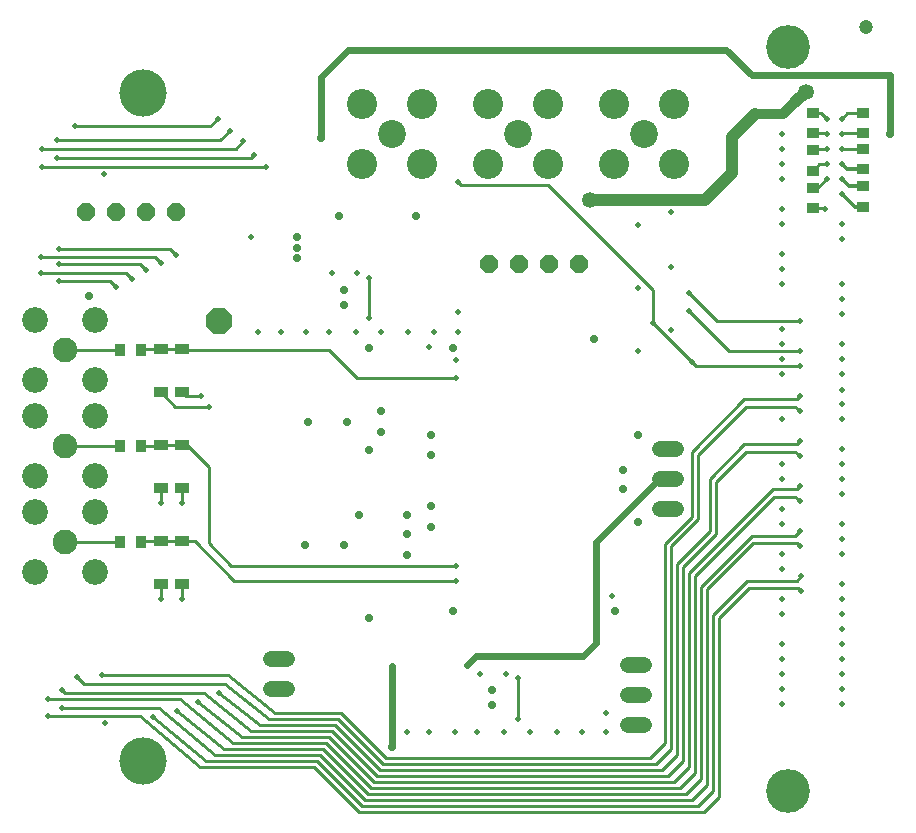
<source format=gbl>
G75*
%MOIN*%
%OFA0B0*%
%FSLAX24Y24*%
%IPPOS*%
%LPD*%
%AMOC8*
5,1,8,0,0,1.08239X$1,22.5*
%
%ADD10C,0.1460*%
%ADD11OC8,0.0591*%
%ADD12C,0.0825*%
%ADD13C,0.0855*%
%ADD14C,0.1575*%
%ADD15C,0.0540*%
%ADD16R,0.0420X0.0350*%
%ADD17OC8,0.0600*%
%ADD18C,0.0930*%
%ADD19C,0.1005*%
%ADD20R,0.0480X0.0360*%
%ADD21R,0.0350X0.0420*%
%ADD22OC8,0.0850*%
%ADD23C,0.0200*%
%ADD24C,0.0285*%
%ADD25C,0.0100*%
%ADD26C,0.0120*%
%ADD27C,0.0472*%
%ADD28C,0.0240*%
%ADD29C,0.0531*%
%ADD30C,0.0400*%
%ADD31C,0.0320*%
D10*
X032180Y004680D03*
X032180Y029480D03*
D11*
X025230Y022230D03*
X024230Y022230D03*
X023230Y022230D03*
X022230Y022230D03*
D12*
X008080Y019380D03*
X008080Y016180D03*
X008080Y012980D03*
D13*
X007080Y011980D03*
X009080Y011980D03*
X009080Y013980D03*
X009080Y015180D03*
X007080Y015180D03*
X007080Y013980D03*
X007080Y017180D03*
X007080Y018380D03*
X009080Y018380D03*
X009080Y017180D03*
X009080Y020380D03*
X007080Y020380D03*
D14*
X010684Y027928D03*
X010684Y005664D03*
D15*
X014960Y008080D02*
X015500Y008080D01*
X015500Y009080D02*
X014960Y009080D01*
X026860Y008880D02*
X027400Y008880D01*
X027400Y007880D02*
X026860Y007880D01*
X026860Y006880D02*
X027400Y006880D01*
X027910Y014080D02*
X028450Y014080D01*
X028450Y015080D02*
X027910Y015080D01*
X027910Y016080D02*
X028450Y016080D01*
D16*
X033030Y024090D03*
X033030Y024770D03*
X033030Y025340D03*
X033030Y026020D03*
X033030Y026590D03*
X033030Y027270D03*
X034680Y027270D03*
X034680Y026590D03*
X034680Y026070D03*
X034680Y025390D03*
X034680Y024820D03*
X034680Y024140D03*
D17*
X011780Y023980D03*
X010780Y023980D03*
X009780Y023980D03*
X008780Y023980D03*
D18*
X018980Y026580D03*
X023180Y026580D03*
X027380Y026580D03*
D19*
X028380Y027580D03*
X028380Y025580D03*
X026380Y025580D03*
X026380Y027580D03*
X024180Y027580D03*
X024180Y025580D03*
X022180Y025580D03*
X022180Y027580D03*
X019980Y027580D03*
X019980Y025580D03*
X017980Y025580D03*
X017980Y027580D03*
D20*
X011980Y019389D03*
X011280Y019389D03*
X011280Y017971D03*
X011980Y017971D03*
X011980Y016189D03*
X011280Y016189D03*
X011280Y014771D03*
X011980Y014771D03*
X011980Y012989D03*
X011280Y012989D03*
X011280Y011571D03*
X011980Y011571D03*
D21*
X010620Y012980D03*
X009940Y012980D03*
X009940Y016180D03*
X010620Y016180D03*
X010620Y019380D03*
X009940Y019380D03*
D22*
X013230Y020330D03*
D23*
X007530Y007180D03*
X007980Y007430D03*
X007530Y007730D03*
X007980Y008030D03*
X008480Y008480D03*
X009330Y008530D03*
X011030Y007130D03*
X011830Y007330D03*
X012530Y007630D03*
X013230Y007930D03*
X011980Y011080D03*
X011280Y011080D03*
X011280Y014280D03*
X011980Y014280D03*
X012880Y017480D03*
X012630Y017830D03*
X014530Y019980D03*
X015280Y019980D03*
X016130Y019980D03*
X016880Y019980D03*
X017780Y019980D03*
X018230Y020430D03*
X018630Y019980D03*
X019530Y019980D03*
X020230Y019480D03*
X020380Y019980D03*
X021180Y019980D03*
X021180Y020630D03*
X021130Y019030D03*
X021130Y018430D03*
X018230Y021780D03*
X017830Y021930D03*
X016980Y021930D03*
X014280Y023130D03*
X014780Y025480D03*
X014380Y025880D03*
X014030Y026330D03*
X013580Y026680D03*
X013180Y027080D03*
X009380Y025230D03*
X007830Y025780D03*
X007330Y026080D03*
X007830Y026355D03*
X008430Y026830D03*
X007330Y025480D03*
X007880Y022730D03*
X007880Y022230D03*
X007880Y021680D03*
X007280Y021930D03*
X007280Y022480D03*
X009780Y021480D03*
X010330Y021730D03*
X010780Y022030D03*
X011280Y022280D03*
X011780Y022530D03*
X021180Y024980D03*
X027180Y023530D03*
X028280Y023980D03*
X028280Y022130D03*
X028880Y021280D03*
X028880Y020680D03*
X028280Y020030D03*
X027680Y020280D03*
X027180Y019330D03*
X028980Y018980D03*
X027180Y021430D03*
X031980Y021580D03*
X031980Y022080D03*
X031980Y022580D03*
X031980Y023580D03*
X031980Y024080D03*
X031980Y025080D03*
X031980Y025580D03*
X031980Y026080D03*
X031980Y026580D03*
X033480Y026580D03*
X033480Y027080D03*
X033980Y027080D03*
X033980Y026580D03*
X033980Y026080D03*
X033980Y025580D03*
X033480Y025580D03*
X033480Y026080D03*
X033480Y025080D03*
X033980Y025080D03*
X033980Y024580D03*
X033430Y024080D03*
X033980Y023580D03*
X033980Y023080D03*
X033980Y021580D03*
X033980Y021080D03*
X033980Y020580D03*
X033980Y019580D03*
X033980Y019080D03*
X033980Y018580D03*
X033980Y018030D03*
X033980Y017580D03*
X033980Y017080D03*
X033980Y016080D03*
X033980Y015580D03*
X033980Y015080D03*
X033980Y014580D03*
X033980Y013580D03*
X033980Y013080D03*
X033980Y012580D03*
X033980Y011580D03*
X033980Y011080D03*
X033980Y010580D03*
X033980Y010080D03*
X033980Y009580D03*
X033980Y009080D03*
X033980Y008580D03*
X033980Y008080D03*
X033980Y007580D03*
X031980Y007580D03*
X031980Y008080D03*
X031980Y008580D03*
X031980Y009080D03*
X031980Y009580D03*
X031980Y010580D03*
X031980Y011080D03*
X032630Y011330D03*
X032630Y011830D03*
X031980Y012080D03*
X031980Y012580D03*
X032580Y012830D03*
X032580Y013330D03*
X031980Y013580D03*
X031980Y014080D03*
X032580Y014330D03*
X032580Y014830D03*
X031980Y015080D03*
X031980Y015580D03*
X032580Y015830D03*
X032580Y016330D03*
X031980Y017080D03*
X032580Y017330D03*
X032580Y017830D03*
X031980Y018580D03*
X031980Y019080D03*
X032580Y019330D03*
X032580Y018830D03*
X031980Y019580D03*
X031980Y020080D03*
X032580Y020330D03*
X026330Y011180D03*
X023180Y008430D03*
X022780Y008580D03*
X021930Y008580D03*
X021480Y008880D03*
X023180Y007080D03*
X023580Y006630D03*
X022730Y006630D03*
X021830Y006630D03*
X021080Y006630D03*
X020230Y006630D03*
X019480Y006630D03*
X018980Y008830D03*
X021130Y011680D03*
X021130Y012180D03*
X026130Y007280D03*
X026130Y006630D03*
X025330Y006630D03*
X024480Y006630D03*
X009430Y006930D03*
D24*
X016080Y012880D03*
X017380Y012880D03*
X017880Y013880D03*
X019480Y013880D03*
X019480Y013230D03*
X019480Y012530D03*
X020280Y013480D03*
X020280Y014180D03*
X020280Y015880D03*
X020280Y016530D03*
X018630Y016630D03*
X018630Y017330D03*
X017480Y016980D03*
X018230Y016030D03*
X016180Y016980D03*
X018230Y019430D03*
X017380Y020880D03*
X017380Y021380D03*
X015830Y022430D03*
X015830Y022780D03*
X015830Y023130D03*
X017230Y023830D03*
X019780Y023830D03*
X016630Y026430D03*
X021030Y019430D03*
X025730Y019730D03*
X027180Y016530D03*
X026680Y015380D03*
X026680Y014730D03*
X027180Y013630D03*
X026430Y010680D03*
X022330Y008030D03*
X022330Y007530D03*
X021030Y010680D03*
X018230Y010430D03*
X018980Y006130D03*
X008880Y021180D03*
X035580Y026580D03*
D25*
X034680Y026590D02*
X033990Y026590D01*
X033980Y026580D01*
X033980Y027080D02*
X034170Y027270D01*
X034680Y027270D01*
X033480Y027080D02*
X033290Y027270D01*
X033030Y027270D01*
X033030Y026590D02*
X033470Y026590D01*
X033480Y026580D01*
X033480Y026080D02*
X033470Y026070D01*
X033080Y026070D01*
X033030Y026020D01*
X033220Y025580D02*
X033030Y025340D01*
X033220Y025580D02*
X033480Y025580D01*
X033990Y026070D02*
X033980Y026080D01*
X033990Y026070D02*
X034680Y026070D01*
X033480Y025080D02*
X033170Y024770D01*
X033030Y024770D01*
X033030Y024090D02*
X033430Y024090D01*
X033430Y024080D01*
X032580Y020330D02*
X029830Y020330D01*
X028880Y021280D01*
X028880Y020680D02*
X030230Y019330D01*
X032580Y019330D01*
X032580Y018830D02*
X029130Y018830D01*
X028980Y018980D01*
X027680Y020280D01*
X027680Y021380D01*
X024180Y024880D01*
X021280Y024880D01*
X021180Y024980D01*
X018230Y021780D02*
X018230Y020430D01*
X016880Y019380D02*
X011980Y019380D01*
X011980Y019389D01*
X011280Y019389D01*
X010629Y019389D01*
X010620Y019380D01*
X009940Y019380D02*
X008080Y019380D01*
X009780Y021480D02*
X009580Y021680D01*
X007880Y021680D01*
X007880Y022230D02*
X010580Y022230D01*
X010780Y022030D01*
X011080Y022480D02*
X011280Y022280D01*
X011080Y022480D02*
X007280Y022480D01*
X007280Y021930D02*
X010130Y021930D01*
X010330Y021730D01*
X011580Y022730D02*
X011780Y022530D01*
X011580Y022730D02*
X007880Y022730D01*
X007330Y025480D02*
X014780Y025480D01*
X014380Y025880D02*
X014280Y025780D01*
X007830Y025780D01*
X007330Y026080D02*
X013780Y026080D01*
X014030Y026330D01*
X013580Y026680D02*
X013255Y026355D01*
X007830Y026355D01*
X008430Y026830D02*
X012930Y026830D01*
X013180Y027080D01*
X016880Y019380D02*
X017830Y018430D01*
X021130Y018430D01*
X021130Y012180D02*
X013630Y012180D01*
X012880Y012930D01*
X012880Y015480D01*
X012171Y016189D01*
X011980Y016189D01*
X011280Y016189D01*
X011271Y016180D01*
X010620Y016180D01*
X009940Y016180D02*
X008080Y016180D01*
X011280Y014771D02*
X011280Y014280D01*
X011980Y014280D02*
X011980Y014771D01*
X011980Y012989D02*
X011280Y012989D01*
X010629Y012989D01*
X010620Y012980D01*
X009940Y012980D02*
X008080Y012980D01*
X011280Y011571D02*
X011280Y011080D01*
X011980Y011080D02*
X011980Y011571D01*
X011980Y012989D02*
X012421Y012989D01*
X013730Y011680D01*
X021130Y011680D01*
X023180Y008430D02*
X023180Y007080D01*
X027580Y005780D02*
X018780Y005780D01*
X017280Y007280D01*
X015080Y007280D01*
X013530Y008530D01*
X009330Y008530D01*
X008730Y008230D02*
X013430Y008230D01*
X014880Y007080D01*
X017180Y007080D01*
X018680Y005580D01*
X027780Y005580D01*
X028280Y006080D01*
X028280Y012830D01*
X029180Y013730D01*
X029180Y015880D01*
X030780Y017480D01*
X032430Y017480D01*
X032580Y017330D01*
X032480Y017730D02*
X032580Y017830D01*
X032480Y017730D02*
X030730Y017730D01*
X028980Y015980D01*
X028980Y013818D01*
X028080Y012918D01*
X028080Y006280D01*
X027580Y005780D01*
X027980Y005380D02*
X018580Y005380D01*
X017080Y006880D01*
X014580Y006880D01*
X013230Y007930D01*
X012730Y007930D02*
X008080Y007930D01*
X007980Y008030D01*
X007530Y007730D02*
X011930Y007730D01*
X013680Y006280D01*
X016780Y006280D01*
X018280Y004780D01*
X028580Y004780D01*
X029080Y005280D01*
X029080Y011830D01*
X031730Y014480D01*
X032430Y014480D01*
X032580Y014330D01*
X032480Y014730D02*
X032580Y014830D01*
X032480Y014730D02*
X031680Y014730D01*
X028880Y011930D01*
X028880Y005480D01*
X028380Y004980D01*
X018380Y004980D01*
X016880Y006480D01*
X013980Y006480D01*
X012530Y007630D01*
X012730Y007930D02*
X014280Y006680D01*
X016980Y006680D01*
X018480Y005180D01*
X028180Y005180D01*
X028680Y005680D01*
X028680Y012130D01*
X029780Y013230D01*
X029780Y014980D01*
X030780Y015980D01*
X032430Y015980D01*
X032580Y015830D01*
X032480Y016230D02*
X032580Y016330D01*
X032480Y016230D02*
X030730Y016230D01*
X029580Y015080D01*
X029580Y013330D01*
X028480Y012230D01*
X028480Y005880D01*
X027980Y005380D01*
X028780Y004580D02*
X018180Y004580D01*
X016680Y006080D01*
X013380Y006080D01*
X011830Y007330D01*
X011230Y007430D02*
X013080Y005880D01*
X016580Y005880D01*
X018080Y004380D01*
X028980Y004380D01*
X029480Y004880D01*
X029480Y011390D01*
X031020Y012930D01*
X032480Y012930D01*
X032580Y012830D01*
X032430Y013180D02*
X032580Y013330D01*
X032430Y013180D02*
X030980Y013180D01*
X029280Y011480D01*
X029280Y005080D01*
X028780Y004580D01*
X029180Y004180D02*
X017980Y004180D01*
X016480Y005680D01*
X012780Y005680D01*
X011030Y007130D01*
X011230Y007430D02*
X007980Y007430D01*
X007530Y007180D02*
X010580Y007180D01*
X012580Y005480D01*
X016380Y005480D01*
X017880Y003980D01*
X029380Y003980D01*
X029880Y004480D01*
X029880Y010430D01*
X030880Y011430D01*
X032530Y011430D01*
X032630Y011330D01*
X032480Y011680D02*
X032630Y011830D01*
X032480Y011680D02*
X030830Y011680D01*
X029680Y010530D01*
X029680Y004680D01*
X029180Y004180D01*
X012880Y017480D02*
X011771Y017480D01*
X011280Y017971D01*
X011980Y017971D02*
X012121Y017830D01*
X012630Y017830D01*
X008480Y008480D02*
X008730Y008230D01*
D26*
X033980Y024580D02*
X034420Y024140D01*
X034680Y024140D01*
X034680Y024820D02*
X034240Y024820D01*
X033980Y025080D01*
X034170Y025390D02*
X033980Y025580D01*
X034170Y025390D02*
X034680Y025390D01*
D27*
X034780Y030130D03*
D28*
X035580Y028530D02*
X035580Y026580D01*
X035580Y028530D02*
X030980Y028530D01*
X030130Y029380D01*
X017530Y029380D01*
X016630Y028480D01*
X016630Y026430D01*
X027880Y015080D02*
X028180Y015080D01*
X027880Y015080D02*
X025780Y012980D01*
X025780Y009604D01*
X025356Y009180D01*
X021780Y009180D01*
X021480Y008880D01*
X018980Y008830D02*
X018980Y006130D01*
D29*
X025580Y024380D03*
X032780Y027980D03*
D30*
X032430Y027630D01*
X031080Y027230D02*
X030330Y026480D01*
X030330Y025280D01*
X029430Y024380D01*
X025580Y024380D01*
D31*
X031080Y027230D02*
X032030Y027230D01*
X032430Y027630D01*
M02*

</source>
